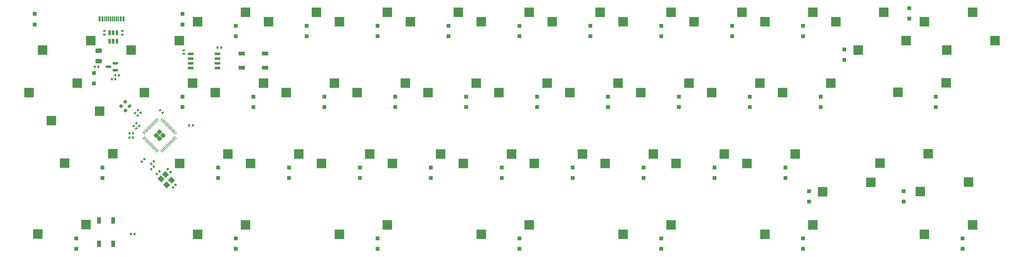
<source format=gbr>
%TF.GenerationSoftware,KiCad,Pcbnew,(6.0.7)*%
%TF.CreationDate,2023-02-03T15:59:56+01:00*%
%TF.ProjectId,kira,6b697261-2e6b-4696-9361-645f70636258,rev?*%
%TF.SameCoordinates,Original*%
%TF.FileFunction,Paste,Bot*%
%TF.FilePolarity,Positive*%
%FSLAX46Y46*%
G04 Gerber Fmt 4.6, Leading zero omitted, Abs format (unit mm)*
G04 Created by KiCad (PCBNEW (6.0.7)) date 2023-02-03 15:59:56*
%MOMM*%
%LPD*%
G01*
G04 APERTURE LIST*
G04 Aperture macros list*
%AMRoundRect*
0 Rectangle with rounded corners*
0 $1 Rounding radius*
0 $2 $3 $4 $5 $6 $7 $8 $9 X,Y pos of 4 corners*
0 Add a 4 corners polygon primitive as box body*
4,1,4,$2,$3,$4,$5,$6,$7,$8,$9,$2,$3,0*
0 Add four circle primitives for the rounded corners*
1,1,$1+$1,$2,$3*
1,1,$1+$1,$4,$5*
1,1,$1+$1,$6,$7*
1,1,$1+$1,$8,$9*
0 Add four rect primitives between the rounded corners*
20,1,$1+$1,$2,$3,$4,$5,0*
20,1,$1+$1,$4,$5,$6,$7,0*
20,1,$1+$1,$6,$7,$8,$9,0*
20,1,$1+$1,$8,$9,$2,$3,0*%
%AMRotRect*
0 Rectangle, with rotation*
0 The origin of the aperture is its center*
0 $1 length*
0 $2 width*
0 $3 Rotation angle, in degrees counterclockwise*
0 Add horizontal line*
21,1,$1,$2,0,0,$3*%
G04 Aperture macros list end*
%ADD10R,2.550000X2.500000*%
%ADD11R,1.000000X1.700000*%
%ADD12R,1.100000X1.100000*%
%ADD13RoundRect,0.140000X-0.140000X-0.170000X0.140000X-0.170000X0.140000X0.170000X-0.140000X0.170000X0*%
%ADD14RoundRect,0.140000X0.021213X-0.219203X0.219203X-0.021213X-0.021213X0.219203X-0.219203X0.021213X0*%
%ADD15RoundRect,0.200000X-0.335876X-0.053033X-0.053033X-0.335876X0.335876X0.053033X0.053033X0.335876X0*%
%ADD16RoundRect,0.135000X0.135000X0.185000X-0.135000X0.185000X-0.135000X-0.185000X0.135000X-0.185000X0*%
%ADD17RoundRect,0.150000X0.587500X0.150000X-0.587500X0.150000X-0.587500X-0.150000X0.587500X-0.150000X0*%
%ADD18RoundRect,0.150000X0.650000X0.150000X-0.650000X0.150000X-0.650000X-0.150000X0.650000X-0.150000X0*%
%ADD19RoundRect,0.140000X0.140000X0.170000X-0.140000X0.170000X-0.140000X-0.170000X0.140000X-0.170000X0*%
%ADD20RoundRect,0.140000X0.219203X0.021213X0.021213X0.219203X-0.219203X-0.021213X-0.021213X-0.219203X0*%
%ADD21RoundRect,0.140000X-0.021213X0.219203X-0.219203X0.021213X0.021213X-0.219203X0.219203X-0.021213X0*%
%ADD22R,0.600000X1.450000*%
%ADD23R,0.300000X1.450000*%
%ADD24RoundRect,0.135000X-0.185000X0.135000X-0.185000X-0.135000X0.185000X-0.135000X0.185000X0.135000X0*%
%ADD25RoundRect,0.250000X0.000000X0.413257X-0.413257X0.000000X0.000000X-0.413257X0.413257X0.000000X0*%
%ADD26RoundRect,0.050000X0.238649X0.309359X-0.309359X-0.238649X-0.238649X-0.309359X0.309359X0.238649X0*%
%ADD27RoundRect,0.050000X-0.238649X0.309359X-0.309359X0.238649X0.238649X-0.309359X0.309359X-0.238649X0*%
%ADD28RoundRect,0.140000X0.170000X-0.140000X0.170000X0.140000X-0.170000X0.140000X-0.170000X-0.140000X0*%
%ADD29RoundRect,0.135000X0.226274X0.035355X0.035355X0.226274X-0.226274X-0.035355X-0.035355X-0.226274X0*%
%ADD30RoundRect,0.250000X-0.625000X0.375000X-0.625000X-0.375000X0.625000X-0.375000X0.625000X0.375000X0*%
%ADD31R,1.700000X1.000000*%
%ADD32RotRect,1.400000X1.200000X315.000000*%
%ADD33RoundRect,0.150000X0.150000X-0.512500X0.150000X0.512500X-0.150000X0.512500X-0.150000X-0.512500X0*%
G04 APERTURE END LIST*
D10*
%TO.C,SW23*%
X204052500Y-62547500D03*
X216979500Y-60007500D03*
%TD*%
%TO.C,SW42*%
X218340000Y-100647500D03*
X231267000Y-98107500D03*
%TD*%
%TO.C,SW43*%
X261202500Y-100647500D03*
X274129500Y-98107500D03*
%TD*%
%TO.C,SW13(1.5)1*%
X261202500Y-43497500D03*
X274129500Y-40957500D03*
%TD*%
%TO.C,SW37(1.75)1*%
X273038152Y-86629151D03*
X260111152Y-89169151D03*
%TD*%
%TO.C,SW25*%
X254090500Y-62540550D03*
X267017500Y-60000550D03*
%TD*%
%TO.C,SW21*%
X165952500Y-62547500D03*
X178879500Y-60007500D03*
%TD*%
%TO.C,SW15*%
X51652500Y-62547500D03*
X64579500Y-60007500D03*
%TD*%
%TO.C,SW7*%
X142140000Y-43497500D03*
X155067000Y-40957500D03*
%TD*%
%TO.C,SW34*%
X194527500Y-81597500D03*
X207454500Y-79057500D03*
%TD*%
%TO.C,SW9*%
X180240000Y-43497500D03*
X193167000Y-40957500D03*
%TD*%
%TO.C,SW30*%
X118327500Y-81597500D03*
X131254500Y-79057500D03*
%TD*%
%TO.C,SW19*%
X127852500Y-62547500D03*
X140779500Y-60007500D03*
%TD*%
%TO.C,SW14(1.25)1*%
X20708860Y-62548197D03*
X33635860Y-60008197D03*
%TD*%
%TO.C,SW44*%
X104040000Y-100647500D03*
X116967000Y-98107500D03*
%TD*%
%TO.C,SW45*%
X180240000Y-100647500D03*
X193167000Y-98107500D03*
%TD*%
%TO.C,SW33*%
X175477500Y-81597500D03*
X188404500Y-79057500D03*
%TD*%
%TO.C,SW32*%
X156427500Y-81597500D03*
X169354500Y-79057500D03*
%TD*%
%TO.C,SW36*%
X246797500Y-86677500D03*
X233870500Y-89217500D03*
%TD*%
%TO.C,SW4*%
X84990000Y-43497500D03*
X97917000Y-40957500D03*
%TD*%
%TO.C,SW5*%
X104040000Y-43497500D03*
X116967000Y-40957500D03*
%TD*%
%TO.C,SW16*%
X70702500Y-62547500D03*
X83629500Y-60007500D03*
%TD*%
%TO.C,SW37(2.75)1*%
X249296100Y-81589624D03*
X262223100Y-79049624D03*
%TD*%
%TO.C,SW17*%
X89752500Y-62547500D03*
X102679500Y-60007500D03*
%TD*%
%TO.C,SW18*%
X108802500Y-62547500D03*
X121729500Y-60007500D03*
%TD*%
%TO.C,SW35*%
X213577500Y-81597500D03*
X226504500Y-79057500D03*
%TD*%
%TO.C,SW39*%
X23083281Y-100642316D03*
X36010281Y-98102316D03*
%TD*%
%TO.C,SW40*%
X65940000Y-100647500D03*
X78867000Y-98107500D03*
%TD*%
%TO.C,SW31*%
X137377500Y-81597500D03*
X150304500Y-79057500D03*
%TD*%
%TO.C,SW8*%
X161190000Y-43497500D03*
X174117000Y-40957500D03*
%TD*%
%TO.C,SW12*%
X280135000Y-48577500D03*
X267208000Y-51117500D03*
%TD*%
%TO.C,SW41*%
X142140000Y-100647500D03*
X155067000Y-98107500D03*
%TD*%
%TO.C,SW11*%
X218340000Y-43497500D03*
X231267000Y-40957500D03*
%TD*%
%TO.C,SW28*%
X80227500Y-81597500D03*
X93154500Y-79057500D03*
%TD*%
%TO.C,SW3*%
X65940000Y-43497500D03*
X78867000Y-40957500D03*
%TD*%
%TO.C,SW1*%
X37247500Y-48577500D03*
X24320500Y-51117500D03*
%TD*%
%TO.C,SW10*%
X199290000Y-43497500D03*
X212217000Y-40957500D03*
%TD*%
%TO.C,SW13*%
X237390000Y-43497500D03*
X250317000Y-40957500D03*
%TD*%
%TO.C,SW27*%
X61177500Y-81597500D03*
X74104500Y-79057500D03*
%TD*%
%TO.C,SW22*%
X185002500Y-62547500D03*
X197929500Y-60007500D03*
%TD*%
%TO.C,SW6*%
X123090000Y-43497500D03*
X136017000Y-40957500D03*
%TD*%
%TO.C,SW24*%
X223102500Y-62547500D03*
X236029500Y-60007500D03*
%TD*%
%TO.C,SW29*%
X99277500Y-81597500D03*
X112204500Y-79057500D03*
%TD*%
%TO.C,SW20*%
X146902500Y-62547500D03*
X159829500Y-60007500D03*
%TD*%
%TO.C,SW14*%
X39623117Y-67606067D03*
X26696117Y-70146067D03*
%TD*%
%TO.C,SW2*%
X61060000Y-48577500D03*
X48133000Y-51117500D03*
%TD*%
%TO.C,SW12(1.5)1*%
X256322500Y-48577500D03*
X243395500Y-51117500D03*
%TD*%
%TO.C,SW26*%
X30235255Y-81565102D03*
X43162255Y-79025102D03*
%TD*%
D11*
%TO.C,SW47*%
X43302000Y-96926000D03*
X43302000Y-103226000D03*
X39502000Y-96926000D03*
X39502000Y-103226000D03*
%TD*%
D12*
%TO.C,D12*%
X76200000Y-104587500D03*
X76200000Y-101787500D03*
%TD*%
%TO.C,D43*%
X255587500Y-91887500D03*
X255587500Y-89087500D03*
%TD*%
%TO.C,D29*%
X185737500Y-85537500D03*
X185737500Y-82737500D03*
%TD*%
%TO.C,D34*%
X209550000Y-47437500D03*
X209550000Y-44637500D03*
%TD*%
%TO.C,D28*%
X176212500Y-66487500D03*
X176212500Y-63687500D03*
%TD*%
%TO.C,D44*%
X257175000Y-42675000D03*
X257175000Y-39875000D03*
%TD*%
%TO.C,D21*%
X138112500Y-66487500D03*
X138112500Y-63687500D03*
%TD*%
D13*
%TO.C,C7*%
X43843000Y-57912000D03*
X44803000Y-57912000D03*
%TD*%
D12*
%TO.C,D5*%
X33337500Y-104587500D03*
X33337500Y-101787500D03*
%TD*%
%TO.C,D30*%
X190500000Y-47437500D03*
X190500000Y-44637500D03*
%TD*%
D14*
%TO.C,C5*%
X55032589Y-84413411D03*
X55711411Y-83734589D03*
%TD*%
D12*
%TO.C,D42*%
X264287000Y-66487500D03*
X264287000Y-63687500D03*
%TD*%
%TO.C,D14*%
X100012500Y-66487500D03*
X100012500Y-63687500D03*
%TD*%
D15*
%TO.C,R2*%
X45390637Y-66218637D03*
X46557363Y-67385363D03*
%TD*%
D12*
%TO.C,D11*%
X90487500Y-85537500D03*
X90487500Y-82737500D03*
%TD*%
D16*
%TO.C,R3*%
X49024000Y-100584000D03*
X48004000Y-100584000D03*
%TD*%
D12*
%TO.C,D39*%
X230187500Y-91887500D03*
X230187500Y-89087500D03*
%TD*%
%TO.C,D31*%
X195262500Y-66487500D03*
X195262500Y-63687500D03*
%TD*%
D17*
%TO.C,U2*%
X43863500Y-54676000D03*
X43863500Y-56576000D03*
X41988500Y-55626000D03*
%TD*%
D18*
%TO.C,U3*%
X71267225Y-52196320D03*
X71267225Y-53466320D03*
X71267225Y-54736320D03*
X71267225Y-56006320D03*
X64067225Y-56006320D03*
X64067225Y-54736320D03*
X64067225Y-53466320D03*
X64067225Y-52196320D03*
%TD*%
D19*
%TO.C,C16*%
X48613000Y-73533000D03*
X47653000Y-73533000D03*
%TD*%
D20*
%TO.C,C15*%
X49902992Y-68745464D03*
X49224170Y-68066642D03*
%TD*%
D21*
%TO.C,C11*%
X54187411Y-82464589D03*
X53508589Y-83143411D03*
%TD*%
D12*
%TO.C,D23*%
X152400000Y-47437500D03*
X152400000Y-44637500D03*
%TD*%
D22*
%TO.C,J1*%
X39612499Y-42764539D03*
X40412499Y-42764539D03*
D23*
X41612499Y-42764539D03*
X42612499Y-42764539D03*
X43112499Y-42764539D03*
X44112499Y-42764539D03*
D22*
X45312499Y-42764539D03*
X46112499Y-42764539D03*
X46112499Y-42764539D03*
X45312499Y-42764539D03*
D23*
X44612499Y-42764539D03*
X43612499Y-42764539D03*
X42112499Y-42764539D03*
X41112499Y-42764539D03*
D22*
X40412499Y-42764539D03*
X39612499Y-42764539D03*
%TD*%
D19*
%TO.C,C8*%
X43914000Y-58928000D03*
X42954000Y-58928000D03*
%TD*%
D13*
%TO.C,C14*%
X63726084Y-71374000D03*
X64686084Y-71374000D03*
%TD*%
D24*
%TO.C,R5*%
X45720000Y-45972000D03*
X45720000Y-46992000D03*
%TD*%
D20*
%TO.C,C17*%
X56600411Y-68030411D03*
X55921589Y-67351589D03*
%TD*%
D12*
%TO.C,D24*%
X157162500Y-66487500D03*
X157162500Y-63687500D03*
%TD*%
D20*
%TO.C,C1*%
X50197263Y-71520150D03*
X49518441Y-70841328D03*
%TD*%
%TO.C,C2*%
X50631411Y-68030411D03*
X49952589Y-67351589D03*
%TD*%
D12*
%TO.C,D20*%
X133350000Y-47437500D03*
X133350000Y-44637500D03*
%TD*%
%TO.C,D45*%
X271462500Y-104587500D03*
X271462500Y-101787500D03*
%TD*%
%TO.C,D40*%
X228600000Y-104587500D03*
X228600000Y-101787500D03*
%TD*%
%TO.C,D27*%
X171450000Y-47437500D03*
X171450000Y-44637500D03*
%TD*%
D25*
%TO.C,U1*%
X54857586Y-74074047D03*
X56660708Y-74074047D03*
X55759147Y-73172486D03*
X55759147Y-74975608D03*
D26*
X56351349Y-69804890D03*
X56634192Y-70087733D03*
X56917034Y-70370575D03*
X57199877Y-70653418D03*
X57482720Y-70936261D03*
X57765562Y-71219103D03*
X58048405Y-71501946D03*
X58331248Y-71784789D03*
X58614091Y-72067632D03*
X58896933Y-72350474D03*
X59179776Y-72633317D03*
X59462619Y-72916160D03*
X59745461Y-73199002D03*
X60028304Y-73481845D03*
D27*
X60028304Y-74666249D03*
X59745461Y-74949092D03*
X59462619Y-75231934D03*
X59179776Y-75514777D03*
X58896933Y-75797620D03*
X58614091Y-76080462D03*
X58331248Y-76363305D03*
X58048405Y-76646148D03*
X57765562Y-76928991D03*
X57482720Y-77211833D03*
X57199877Y-77494676D03*
X56917034Y-77777519D03*
X56634192Y-78060361D03*
X56351349Y-78343204D03*
D26*
X55166945Y-78343204D03*
X54884102Y-78060361D03*
X54601260Y-77777519D03*
X54318417Y-77494676D03*
X54035574Y-77211833D03*
X53752732Y-76928991D03*
X53469889Y-76646148D03*
X53187046Y-76363305D03*
X52904203Y-76080462D03*
X52621361Y-75797620D03*
X52338518Y-75514777D03*
X52055675Y-75231934D03*
X51772833Y-74949092D03*
X51489990Y-74666249D03*
D27*
X51489990Y-73481845D03*
X51772833Y-73199002D03*
X52055675Y-72916160D03*
X52338518Y-72633317D03*
X52621361Y-72350474D03*
X52904203Y-72067632D03*
X53187046Y-71784789D03*
X53469889Y-71501946D03*
X53752732Y-71219103D03*
X54035574Y-70936261D03*
X54318417Y-70653418D03*
X54601260Y-70370575D03*
X54884102Y-70087733D03*
X55166945Y-69804890D03*
%TD*%
D12*
%TO.C,D33*%
X190500000Y-104587500D03*
X190500000Y-101787500D03*
%TD*%
%TO.C,D4*%
X40386000Y-85537500D03*
X40386000Y-82737500D03*
%TD*%
%TO.C,D16*%
X114300000Y-47437500D03*
X114300000Y-44637500D03*
%TD*%
D28*
%TO.C,C12*%
X62230000Y-52168320D03*
X62230000Y-51208320D03*
%TD*%
D12*
%TO.C,D3*%
X38100000Y-57337500D03*
X38100000Y-60137500D03*
%TD*%
%TO.C,D8*%
X71437500Y-85537500D03*
X71437500Y-82737500D03*
%TD*%
D29*
%TO.C,R7*%
X58688924Y-83894005D03*
X57967676Y-83172757D03*
%TD*%
D12*
%TO.C,D15*%
X109537500Y-85537500D03*
X109537500Y-82737500D03*
%TD*%
D21*
%TO.C,C13*%
X51647411Y-80432589D03*
X50968589Y-81111411D03*
%TD*%
D12*
%TO.C,D22*%
X147637500Y-85537500D03*
X147637500Y-82737500D03*
%TD*%
%TO.C,D10*%
X80962500Y-66487500D03*
X80962500Y-63687500D03*
%TD*%
%TO.C,D26*%
X152400000Y-104587500D03*
X152400000Y-101787500D03*
%TD*%
%TO.C,D32*%
X204787500Y-85537500D03*
X204787500Y-82737500D03*
%TD*%
%TO.C,D37*%
X228600000Y-47437500D03*
X228600000Y-44637500D03*
%TD*%
D19*
%TO.C,C4*%
X39342000Y-55626000D03*
X38382000Y-55626000D03*
%TD*%
D21*
%TO.C,C6*%
X60029411Y-87417589D03*
X59350589Y-88096411D03*
%TD*%
D12*
%TO.C,D19*%
X114300000Y-104587500D03*
X114300000Y-101787500D03*
%TD*%
D16*
%TO.C,R6*%
X72317425Y-50494520D03*
X71297425Y-50494520D03*
%TD*%
D12*
%TO.C,D9*%
X76200000Y-47437500D03*
X76200000Y-44637500D03*
%TD*%
D19*
%TO.C,C10*%
X48613000Y-74676000D03*
X47653000Y-74676000D03*
%TD*%
D12*
%TO.C,D17*%
X119062500Y-66487500D03*
X119062500Y-63687500D03*
%TD*%
%TO.C,D7*%
X61912500Y-66487500D03*
X61912500Y-63687500D03*
%TD*%
%TO.C,D2*%
X22225000Y-41462500D03*
X22225000Y-44262500D03*
%TD*%
D30*
%TO.C,F1*%
X39370000Y-51305000D03*
X39370000Y-54105000D03*
%TD*%
D21*
%TO.C,C3*%
X54187411Y-81067589D03*
X53508589Y-81746411D03*
%TD*%
D12*
%TO.C,D6*%
X61912500Y-41462500D03*
X61912500Y-44262500D03*
%TD*%
D15*
%TO.C,R1*%
X46533637Y-65075637D03*
X47700363Y-66242363D03*
%TD*%
D12*
%TO.C,D25*%
X166687500Y-85537500D03*
X166687500Y-82737500D03*
%TD*%
D31*
%TO.C,SW46*%
X84112500Y-55875000D03*
X77812500Y-55875000D03*
X84112500Y-52075000D03*
X77812500Y-52075000D03*
%TD*%
D24*
%TO.C,R4*%
X40894000Y-45972000D03*
X40894000Y-46992000D03*
%TD*%
D12*
%TO.C,D36*%
X223837500Y-85537500D03*
X223837500Y-82737500D03*
%TD*%
D32*
%TO.C,Y1*%
X57354223Y-84600142D03*
X58909858Y-86155777D03*
X57707777Y-87357858D03*
X56152142Y-85802223D03*
%TD*%
D33*
%TO.C,U4*%
X44257000Y-48762500D03*
X43307000Y-48762500D03*
X42357000Y-48762500D03*
X42357000Y-46487500D03*
X43307000Y-46487500D03*
X44257000Y-46487500D03*
%TD*%
D12*
%TO.C,D18*%
X128587500Y-85537500D03*
X128587500Y-82737500D03*
%TD*%
%TO.C,D41*%
X239712500Y-53787500D03*
X239712500Y-50987500D03*
%TD*%
%TO.C,D35*%
X214312500Y-66487500D03*
X214312500Y-63687500D03*
%TD*%
%TO.C,D38*%
X233362500Y-66487500D03*
X233362500Y-63687500D03*
%TD*%
D20*
%TO.C,C9*%
X49488411Y-72221411D03*
X48809589Y-71542589D03*
%TD*%
D12*
%TO.C,D13*%
X95250000Y-47437500D03*
X95250000Y-44637500D03*
%TD*%
M02*

</source>
